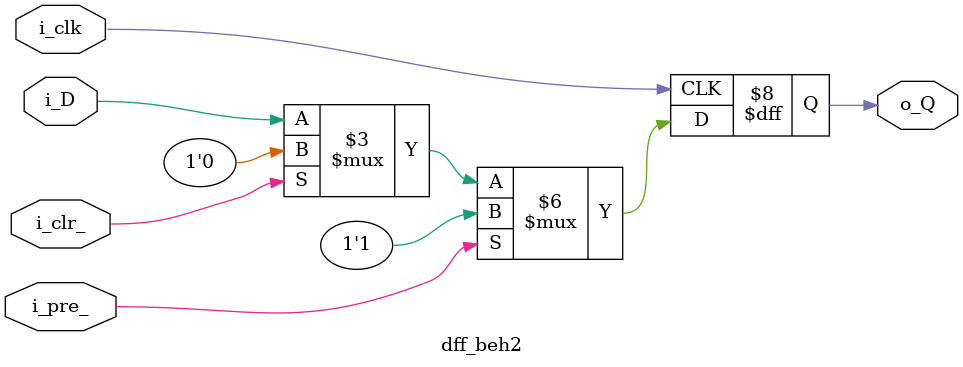
<source format=v>

module dff_str1(o_Q, i_D, i_clk);
  output o_Q;
  input i_D, i_clk;
  
  wire w0, w1;
  not (w1, i_clk);
  //posedge clock
  dlatch_srt1 masterDlatch(
    .o_Q(w0),
    .i_D(i_D),
    .i_en(w1)
    );
  dlatch_srt1 slaveDlatch(
    .o_Q(o_Q),
    .i_D(w0),
    .i_en(i_clk)
    );
endmodule

//structural d-ff with pre and clr, both are active low
module dff_str2(o_Q, i_D, i_pre_, i_clr_, i_clk);//dff_STR_2
  output o_Q;
  input i_D, i_clk, i_pre_, i_clr_;
  
  wire w[3:0], Q_;

  nand na0(w[0], w[3], w[1],  i_pre_);
  nand na1(w[1], w[0], i_clk);
  nand na2(w[2], w[1], i_clk, w[3]);
  nand na3(w[3], i_D,  w[2],  i_clr_);
  nand na4(o_Q,  w[1], Q_,  i_pre_);
  nand na5(Q_, w[2], o_Q,   i_clr_);
endmodule            

//RTL d-ff
module dff_rtl1(o_Q, i_D, i_clk);
  output o_Q;
  input i_D, i_clk;
  
  wire w0, w1;
  assign w1 = ~i_clk;
  //posedge clock
  dlatch_rtl1 masterDlatch(
    .o_Q(w0),
    .i_D(i_D),
    .i_en(w1)
    );
  dlatch_rtl1 slaveDlatch(
    .o_Q(o_Q),
    .i_D(w0),
    .i_en(i_clk)
    );
endmodule

//RTL d-ff with pre and clr, both are active low
module dff_rtl2(o_Q, i_D, i_pre_, i_clr_, i_clk);//dff_RTL_2
  output o_Q;
  input i_D, i_clk, i_pre_, i_clr_;
  
  wire[5:0] w;

  assign w[0] = ~(w[3] & w[1]  & i_pre_);
  assign w[1] = ~(w[0] & i_clk);
  assign w[2] = ~(w[1] & i_clk & w[3]);
  assign w[3] = ~(i_D  & w[2]  & i_clr_);
  assign w[4] = ~(w[1] & w[5]  & i_pre_);
  assign w[5] = ~(w[2] & w[4]  & i_clr_);
  assign o_Q  = w[4];
endmodule

//Behavior d-ff
module dff_beh1(o_Q, i_D, i_clk);
  output o_Q;
  input i_D, i_clk;
  
  reg o_Q;  
  always@(posedge i_clk ) 
      o_Q <= i_D;      
endmodule

//Behavior d-ff with pre and clrpre
module dff_beh2(o_Q, i_D, i_pre_, i_clr_, i_clk);
  output o_Q;
  input i_D, i_pre_, i_clr_, i_clk;
  
  reg o_Q;  
  always@(posedge i_clk)
    if(i_pre_) 
      o_Q <= 1'b1;
    else if(i_clr_)
      o_Q <= 1'b0;
    else
      o_Q <= i_D;      
endmodule


</source>
